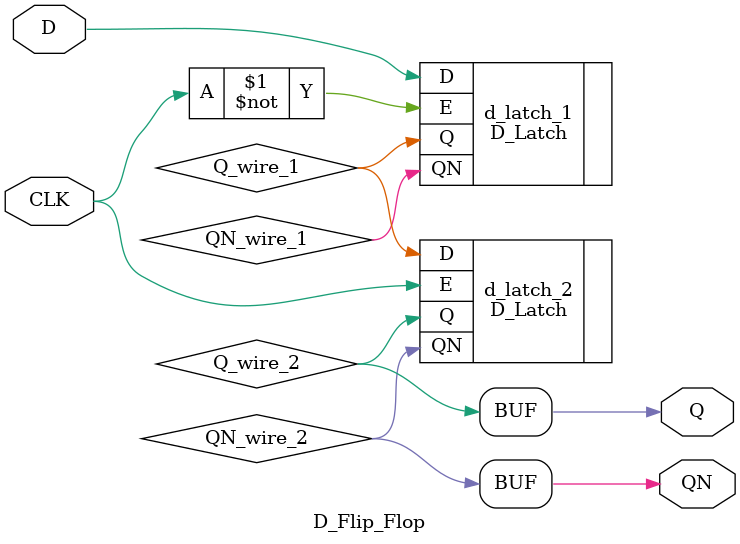
<source format=v>
`timescale 1ns / 1ps

module D_Flip_Flop(
    input D,
    input CLK,//positive edge
    output reg Q,
    output reg QN
    );

	 wire Q_wire_1;
	 wire QN_wire_1;
	 wire Q_wire_2;
	 wire QN_wire_2;
	 
	 D_Latch d_latch_1 (
		.D(D), 
		.E(~CLK), 
		.Q(Q_wire_1), 
		.QN(QN_wire_1)
	);	 
	D_Latch d_latch_2 (
		.D(Q_wire_1), 
		.E(CLK), 
		.Q(Q_wire_2), 
		.QN(QN_wire_2)
	);
	always @(Q_wire_2,QN_wire_2)
	begin
		Q <= Q_wire_2;
		QN <= QN_wire_2;
	end

endmodule

</source>
